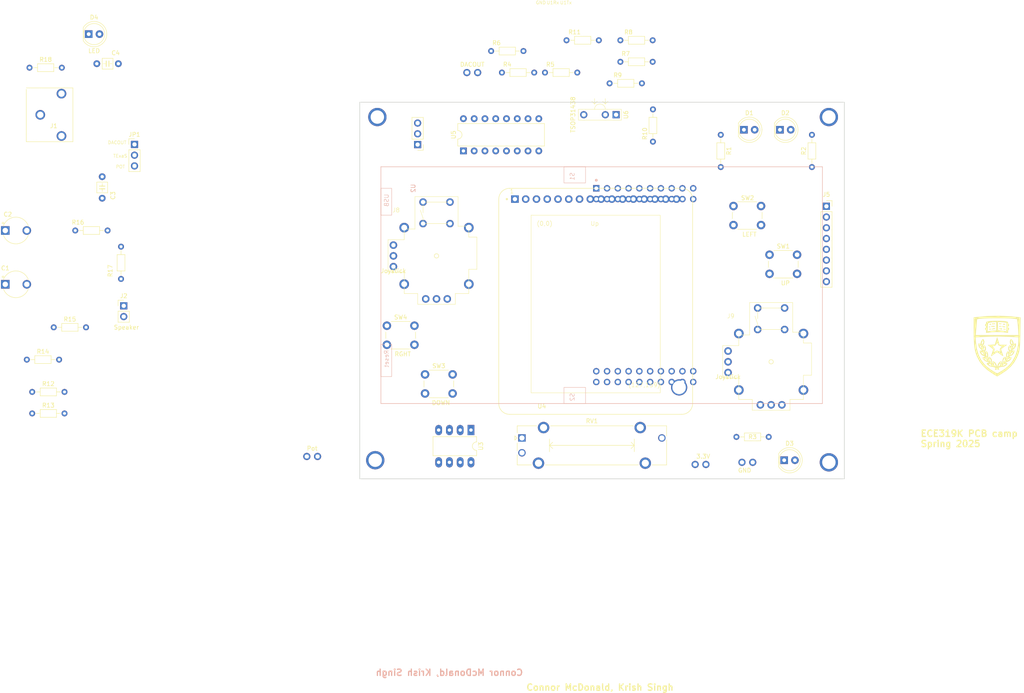
<source format=kicad_pcb>
(kicad_pcb (version 20241229) (generator "pcbnew") (generator_version "9.0")
  (title_block (title "Connor McDonald, Krish Singh (s25)") (date "2025-02-24") (rev "v1.0.1") (company "The University of Texas at Austin"))
  (layers (0 "F.Cu" signal) (2 "B.Cu" signal) (13 "F.Paste" user) (15 "B.Paste" user) (5 "F.SilkS" user "F.Silkscreen") (7 "B.SilkS" user "B.Silkscreen") (1 "F.Mask" user) (3 "B.Mask" user) (25 "Edge.Cuts" user))
  (net 0 "")
  (net 1 "GND")
  (net 2 "+3V3")
  (net 3 "PB9")
  (net 4 "PB15")
  (net 5 "PB8")
  (net 6 "PB7")
  (net 7 "PB6")
  (net 8 "PA13")
  (net 9 "+5V")
  (net 10 "Net-(U3-FC1)")
  (net 11 "Net-(U3-FC2)")
  (net 12 "DACOUT")
  (net 13 "Net-(C3-Pad2)")
  (net 14 "Net-(D1-A)")
  (net 15 "PA25")
  (net 16 "Net-(D2-A)")
  (net 17 "PA8")
  (net 18 "PA26")
  (net 19 "PB24")
  (net 20 "PA27")
  (net 21 "PB2")
  (net 22 "PB3")
  (net 24 "PB12")
  (net 25 "PB17")
  (net 26 "PB0")
  (net 27 "PB16")
  (net 28 "PB19")
  (net 29 "PA22")
  (net 30 "PB18")
  (net 31 "PA18")
  (net 32 "PA24")
  (net 33 "PA17")
  (net 34 "PA16")
  (net 35 "PA15")
  (net 36 "PB4")
  (net 37 "PB1")
  (net 38 "PA28")
  (net 39 "PA31")
  (net 40 "PB20")
  (net 41 "PB13")
  (net 42 "PA10")
  (net 43 "Net-(D3-A)")
  (net 44 "Net-(D4-K)")
  (net 45 "Net-(D4-A)")
  (net 46 "PB23")
  (net 47 "Net-(U3-VO2)")
  (net 48 "PA11")
  (net 49 "PA12")
  (net 57 "Net-(U3-VO1)")
  (net 69 "Net-(R5-Pad1)")
  (net 70 "Net-(R11-Pad1)")
  (footprint "ECE319K:R_Axial_DIN0204_L3.6mm_D1.6mm_P7.62mm_Horizontal" (layer "F.Cu") (at 147.62 36.38)
    (property "Reference" "R11" (at 1.905 -1.92 0) (layer "F.SilkS"))
    (property "Value" "12k")
    (pad "1" thru_hole circle (at 0 0) (size 1.4 1.4) (drill 0.7) (layers "*.Cu" "*.Mask") (net 70 "Net-(R11-Pad1)"))
    (pad "2" thru_hole oval (at 7.62 0) (size 1.4 1.4) (drill 0.7) (layers "*.Cu" "*.Mask") (net 26 "PB0"))
  )
  (footprint "ECE319K:R_Axial_DIN0204_L3.6mm_D1.6mm_P7.62mm_Horizontal" (layer "F.Cu") (at 20.955 42.85)
    (property "Reference" "R18" (at 3.81 -1.92 0) (layer "F.SilkS"))
    (property "Value" "220")
    (pad "1" thru_hole circle (at 0 0) (size 1.4 1.4) (drill 0.7) (layers "*.Cu" "*.Mask") (net 9 "+5V"))
    (pad "2" thru_hole oval (at 7.62 0) (size 1.4 1.4) (drill 0.7) (layers "*.Cu" "*.Mask") (net 45 "Net-(D4-A)"))
  )
  (footprint "ECE319K:Testpoint_1x02_P2.54mm" (layer "F.Cu") (at 86.36 134.62 90)
    (property "Reference" "J4")
    (property "Value" "Pot" (at 1.905 1.275 0) (layer "F.SilkS"))
    (pad "1" thru_hole circle (at 0 0 90) (size 1.7 1.7) (drill 1) (layers "*.Cu" "*.Mask") (net 30 "PB18"))
    (pad "2" thru_hole oval (at 0 2.54 90) (size 1.7 1.7) (drill 1) (layers "*.Cu" "*.Mask") (net 30 "PB18"))
  )
  (footprint "ECE319K:R_Axial_DIN0204_L3.6mm_D1.6mm_P7.62mm_Horizontal" (layer "F.Cu") (at 132.38 44)
    (property "Reference" "R4" (at 1.27 -1.92 0) (layer "F.SilkS"))
    (property "Value" "1.5k")
    (pad "1" thru_hole circle (at 0 0) (size 1.4 1.4) (drill 0.7) (layers "*.Cu" "*.Mask") (net 12 "DACOUT"))
    (pad "2" thru_hole oval (at 7.62 0) (size 1.4 1.4) (drill 0.7) (layers "*.Cu" "*.Mask") (net 36 "PB4"))
  )
  (footprint "ECE319K:PinHeader_1x03_P2.54mm_Vertical" (layer "F.Cu") (at 112.5 61 180)
    (property "Reference" "J3" (hide yes))
    (property "Value" "UART1")
    (pad "1" thru_hole rect (at 0 0 180) (size 1.7 1.7) (drill 1) (layers "*.Cu" "*.Mask") (net 1 "GND"))
    (pad "2" thru_hole oval (at 0 2.54 180) (size 1.7 1.7) (drill 1) (layers "*.Cu" "*.Mask") (net 17 "PA8"))
    (pad "3" thru_hole oval (at 0 5.08 180) (size 1.7 1.7) (drill 1) (layers "*.Cu" "*.Mask") (net 29 "PA22"))
  )
  (footprint "LOGO" (layer "F.Cu") (at 250 109)
    (property "Reference" "G***" (hide yes))
    (property "Value" "LOGO" (hide yes))
  )
  (footprint "Connector_PinSocket_2.54mm:PinSocket_1x08_P2.54mm_Vertical" (layer "F.Cu") (at 208.915 75.565)
    (property "Reference" "J5" (at 0 -2.77 0) (layer "F.SilkS"))
    (property "Value" "Conn_01x08_Pin")
    (pad "1" thru_hole rect (at 0 0) (size 1.7 1.7) (drill 1) (layers "*.Cu" "*.Mask"))
    (pad "2" thru_hole circle (at 0 2.54) (size 1.7 1.7) (drill 1) (layers "*.Cu" "*.Mask"))
    (pad "3" thru_hole circle (at 0 5.08) (size 1.7 1.7) (drill 1) (layers "*.Cu" "*.Mask"))
    (pad "4" thru_hole circle (at 0 7.62) (size 1.7 1.7) (drill 1) (layers "*.Cu" "*.Mask"))
    (pad "5" thru_hole circle (at 0 10.16) (size 1.7 1.7) (drill 1) (layers "*.Cu" "*.Mask"))
    (pad "6" thru_hole circle (at 0 12.7) (size 1.7 1.7) (drill 1) (layers "*.Cu" "*.Mask"))
    (pad "7" thru_hole circle (at 0 15.24) (size 1.7 1.7) (drill 1) (layers "*.Cu" "*.Mask"))
    (pad "8" thru_hole circle (at 0 17.78) (size 1.7 1.7) (drill 1) (layers "*.Cu" "*.Mask"))
  )
  (footprint "ECE319K:R_Axial_DIN0204_L3.6mm_D1.6mm_P7.62mm_Horizontal" (layer "F.Cu") (at 129.84 38.92)
    (property "Reference" "R6" (at 1.27 -1.905 0) (layer "F.SilkS"))
    (property "Value" "1.5k")
    (pad "1" thru_hole circle (at 0 0) (size 1.4 1.4) (drill 0.7) (layers "*.Cu" "*.Mask") (net 12 "DACOUT"))
    (pad "2" thru_hole oval (at 7.62 0) (size 1.4 1.4) (drill 0.7) (layers "*.Cu" "*.Mask") (net 69 "Net-(R5-Pad1)"))
  )
  (footprint "ECE319K:SparkfunJoystick" (layer "F.Cu") (at 185.72 114.81)
    (property "Reference" "J9" (at 0.635 -13.335 0) (layer "F.SilkS") (effects (font (thickness 0.1))))
    (property "Value" "Joystick" (at 0 1 0) (layer "F.SilkS"))
    (pad "1" thru_hole circle (at 0 0) (size 1.778 1.778) (drill 1.016) (layers "*.Cu" "*.Mask") (net 1 "GND"))
    (pad "2" thru_hole circle (at 0 -2.54) (size 1.778 1.778) (drill 1.016) (layers "*.Cu" "*.Mask") (net 15 "PA25"))
    (pad "3" thru_hole circle (at 0 -5.08) (size 1.778 1.778) (drill 1.016) (layers "*.Cu" "*.Mask") (net 2 "+3V3"))
    (pad "4" thru_hole circle (at 7.62 7.62) (size 1.778 1.778) (drill 1.016) (layers "*.Cu" "*.Mask") (net 2 "+3V3"))
    (pad "5" thru_hole circle (at 10.16 7.62) (size 1.778 1.778) (drill 1.016) (layers "*.Cu" "*.Mask") (net 28 "PB19"))
    (pad "6" thru_hole circle (at 12.7 7.62) (size 1.778 1.778) (drill 1.016) (layers "*.Cu" "*.Mask") (net 1 "GND"))
    (pad "7" thru_hole circle (at 2.54 -9.2075) (size 2.286 2.286) (drill 1.397) (layers "*.Cu" "*.Mask"))
    (pad "8" thru_hole circle (at 2.54 4.1275) (size 2.286 2.286) (drill 1.397) (layers "*.Cu" "*.Mask"))
    (pad "9" thru_hole circle (at 17.78 4.1275) (size 2.286 2.286) (drill 1.397) (layers "*.Cu" "*.Mask"))
    (pad "10" thru_hole circle (at 17.78 -9.2075) (size 2.286 2.286) (drill 1.397) (layers "*.Cu" "*.Mask"))
    (pad "11" thru_hole circle (at 6.985 -10.16) (size 1.778 1.778) (drill 1.016) (layers "*.Cu" "*.Mask") (net 27 "PB16"))
    (pad "11" thru_hole circle (at 13.335 -10.16) (size 1.778 1.778) (drill 1.016) (layers "*.Cu" "*.Mask") (net 27 "PB16"))
    (pad "12" thru_hole circle (at 6.985 -15.24) (size 1.778 1.778) (drill 1.016) (layers "*.Cu" "*.Mask") (net 2 "+3V3"))
    (pad "12" thru_hole circle (at 13.335 -15.24) (size 1.778 1.778) (drill 1.016) (layers "*.Cu" "*.Mask") (net 2 "+3V3"))
  )
  (footprint "ECE319K:DIP-8_W7.62mm_LongPads" (layer "F.Cu") (at 125.08 128.38 -90)
    (property "Reference" "U3" (at 3.81 -2.33 90) (layer "F.SilkS"))
    (property "Value" "MCP34119P")
    (pad "1" thru_hole rect (at 0 0 270) (size 2.4 1.6) (drill 0.8) (layers "*.Cu" "*.Mask") (net 1 "GND"))
    (pad "2" thru_hole oval (at 0 2.54 270) (size 2.4 1.6) (drill 0.8) (layers "*.Cu" "*.Mask") (net 11 "Net-(U3-FC2)"))
    (pad "3" thru_hole oval (at 0 5.08 270) (size 2.4 1.6) (drill 0.8) (layers "*.Cu" "*.Mask") (net 10 "Net-(U3-FC1)"))
    (pad "4" thru_hole oval (at 0 7.62 270) (size 2.4 1.6) (drill 0.8) (layers "*.Cu" "*.Mask") (net 9 "+5V"))
    (pad "5" thru_hole oval (at 7.62 7.62 270) (size 2.4 1.6) (drill 0.8) (layers "*.Cu" "*.Mask") (net 57 "Net-(U3-VO1)"))
    (pad "6" thru_hole oval (at 7.62 5.08 270) (size 2.4 1.6) (drill 0.8) (layers "*.Cu" "*.Mask") (net 9 "+5V"))
    (pad "7" thru_hole oval (at 7.62 2.54 270) (size 2.4 1.6) (drill 0.8) (layers "*.Cu" "*.Mask") (net 1 "GND"))
    (pad "8" thru_hole oval (at 7.62 0 270) (size 2.4 1.6) (drill 0.8) (layers "*.Cu" "*.Mask") (net 47 "Net-(U3-VO2)"))
  )
  (footprint "ECE319K:R_Axial_DIN0204_L3.6mm_D1.6mm_P7.62mm_Horizontal" (layer "F.Cu") (at 42.545 92.71 90)
    (property "Reference" "R17" (at 1.905 -2.54 90) (layer "F.SilkS"))
    (property "Value" "10k")
    (pad "1" thru_hole circle (at 0 0 90) (size 1.4 1.4) (drill 0.7) (layers "*.Cu" "*.Mask") (net 57 "Net-(U3-VO1)"))
    (pad "2" thru_hole oval (at 7.62 0 90) (size 1.4 1.4) (drill 0.7) (layers "*.Cu" "*.Mask") (net 9 "+5V"))
  )
  (footprint "ECE319K:SW_PUSH_6mm" (layer "F.Cu") (at 187 75.5)
    (property "Reference" "SW2" (at 3.325 -1.905 0) (layer "F.SilkS"))
    (property "Value" "LEFT" (at 3.75 6.7 0) (layer "F.SilkS"))
    (pad "1" thru_hole circle (at 0 0 90) (size 2 2) (drill 1.1) (layers "*.Cu" "*.Mask") (net 39 "PA31"))
    (pad "1" thru_hole circle (at 6.5 0 90) (size 2 2) (drill 1.1) (layers "*.Cu" "*.Mask") (net 39 "PA31"))
    (pad "2" thru_hole circle (at 0 4.5 90) (size 2 2) (drill 1.1) (layers "*.Cu" "*.Mask") (net 2 "+3V3"))
    (pad "2" thru_hole circle (at 6.5 4.5 90) (size 2 2) (drill 1.1) (layers "*.Cu" "*.Mask") (net 2 "+3V3"))
  )
  (footprint "ECE319K:SW_PUSH_6mm" (layer "F.Cu") (at 195.5 87)
    (property "Reference" "SW1" (at 3.25 -2 0) (layer "F.SilkS"))
    (property "Value" "UP" (at 3.75 6.7 0) (layer "F.SilkS"))
    (pad "1" thru_hole circle (at 0 0 90) (size 2 2) (drill 1.1) (layers "*.Cu" "*.Mask") (net 18 "PA26"))
    (pad "1" thru_hole circle (at 6.5 0 90) (size 2 2) (drill 1.1) (layers "*.Cu" "*.Mask") (net 18 "PA26"))
    (pad "2" thru_hole circle (at 0 4.5 90) (size 2 2) (drill 1.1) (layers "*.Cu" "*.Mask") (net 2 "+3V3"))
    (pad "2" thru_hole circle (at 6.5 4.5 90) (size 2 2) (drill 1.1) (layers "*.Cu" "*.Mask") (net 2 "+3V3"))
  )
  (footprint "ECE319K:PTA2043pot" (layer "F.Cu") (at 137.105 130.25)
    (property "Reference" "RV1" (at 16.5 -4 0) (layer "F.SilkS"))
    (property "Value" "PTA2043")
    (pad "" np_thru_hole circle (at 3.9 5.95) (size 2.7 2.7) (drill 1.7) (layers "*.Cu" "*.Mask"))
    (pad "" np_thru_hole circle (at 5.1 -2.45) (size 2.7 2.7) (drill 1.7) (layers "*.Cu" "*.Mask"))
    (pad "" np_thru_hole circle (at 27.9 -2.45) (size 2.7 2.7) (drill 1.7) (layers "*.Cu" "*.Mask"))
    (pad "" np_thru_hole circle (at 29.1 5.95) (size 2.7 2.7) (drill 1.7) (layers "*.Cu" "*.Mask"))
    (pad "1" thru_hole rect (at 0 0) (size 1.75 1.75) (drill 1.2) (layers "*.Cu" "*.Mask") (net 1 "GND"))
    (pad "2" thru_hole circle (at 0 3.5) (size 1.75 1.75) (drill 1.2) (layers "*.Cu" "*.Mask") (net 30 "PB18"))
    (pad "3" thru_hole circle (at 33 0) (size 1.75 1.75) (drill 1.2) (layers "*.Cu" "*.Mask") (net 2 "+3V3"))
  )
  (footprint "ECE319K:R_Axial_DIN0204_L3.6mm_D1.6mm_P7.62mm_Horizontal" (layer "F.Cu") (at 168 60.31 90)
    (property "Reference" "R10" (at 1.89 -1.905 90) (layer "F.SilkS"))
    (property "Value" "12k")
    (pad "1" thru_hole circle (at 0 0 90) (size 1.4 1.4) (drill 0.7) (layers "*.Cu" "*.Mask") (net 12 "DACOUT"))
    (pad "2" thru_hole oval (at 7.62 0 90) (size 1.4 1.4) (drill 0.7) (layers "*.Cu" "*.Mask") (net 37 "PB1"))
  )
  (footprint "ECE319K:R_Axial_DIN0204_L3.6mm_D1.6mm_P7.62mm_Horizontal" (layer "F.Cu") (at 184 58.69 -90)
    (property "Reference" "R1" (at 3.81 -1.92 90) (layer "F.SilkS"))
    (property "Value" "470")
    (pad "1" thru_hole circle (at 0 0 270) (size 1.4 1.4) (drill 0.7) (layers "*.Cu" "*.Mask") (net 33 "PA17"))
    (pad "2" thru_hole oval (at 7.62 0 270) (size 1.4 1.4) (drill 0.7) (layers "*.Cu" "*.Mask") (net 14 "Net-(D1-A)"))
  )
  (footprint "ECE319K:Testpoint_1x02_P2.54mm" (layer "F.Cu") (at 124.12 44 90)
    (property "Reference" "J7")
    (property "Value" "DACOUT" (at 1.905 1.275 0) (layer "F.SilkS"))
    (pad "1" thru_hole circle (at 0 0 90) (size 1.7 1.7) (drill 1) (layers "*.Cu" "*.Mask") (net 12 "DACOUT"))
    (pad "2" thru_hole oval (at 0 2.54 90) (size 1.7 1.7) (drill 1) (layers "*.Cu" "*.Mask") (net 12 "DACOUT"))
  )
  (footprint "ECE319K:TSOP31438" (layer "F.Cu") (at 159.31 53.9525 -90)
    (property "Reference" "U6" (at 0 -2.33 90) (layer "F.SilkS"))
    (property "Value" "TSOP31438" (at 0 10.16 90) (layer "F.SilkS"))
    (pad "1" thru_hole rect (at 0 0 270) (size 1.7 1.7) (drill 1) (layers "*.Cu" "*.Mask") (net 1 "GND"))
    (pad "2" thru_hole oval (at 0 2.54 270) (size 1.7 1.7) (drill 1) (layers "*.Cu" "*.Mask") (net 2 "+3V3"))
    (pad "3" thru_hole oval (at 0 7.62 270) (size 1.7 1.7) (drill 1) (layers "*.Cu" "*.Mask") (net 29 "PA22"))
  )
  (footprint "ECE319K:C_Axial_200mil" (layer "F.Cu") (at 36.83 41.91)
    (property "Reference" "C4" (at 4.445 -2.54 0) (layer "F.SilkS"))
    (property "Value" "0.1uF")
    (pad "1" thru_hole circle (at 0 0) (size 1.6 1.6) (drill 0.8) (layers "*.Cu" "*.Mask") (net 2 "+3V3"))
    (pad "2" thru_hole oval (at 5.08 0) (size 1.6 1.6) (drill 0.8) (layers "*.Cu" "*.Mask") (net 1 "GND"))
  )
  (footprint "ECE319K:DIP-16_W7.62mm" (layer "F.Cu") (at 123.3 62.5 90)
    (property "Reference" "U5" (at 3.81 -2.33 90) (layer "F.SilkS"))
    (property "Value" "ULN2003B")
    (pad "1" thru_hole rect (at 0 0 90) (size 1.6 1.6) (drill 0.8) (layers "*.Cu" "*.Mask") (net 17 "PA8"))
    (pad "2" thru_hole oval (at 0 2.54 90) (size 1.6 1.6) (drill 0.8) (layers "*.Cu" "*.Mask"))
    (pad "3" thru_hole oval (at 0 5.08 90) (size 1.6 1.6) (drill 0.8) (layers "*.Cu" "*.Mask"))
    (pad "4" thru_hole oval (at 0 7.62 90) (size 1.6 1.6) (drill 0.8) (layers "*.Cu" "*.Mask"))
    (pad "5" thru_hole oval (at 0 10.16 90) (size 1.6 1.6) (drill 0.8) (layers "*.Cu" "*.Mask"))
    (pad "6" thru_hole oval (at 0 12.7 90) (size 1.6 1.6) (drill 0.8) (layers "*.Cu" "*.Mask"))
    (pad "7" thru_hole oval (at 0 15.24 90) (size 1.6 1.6) (drill 0.8) (layers "*.Cu" "*.Mask"))
    (pad "8" thru_hole oval (at 0 17.78 90) (size 1.6 1.6) (drill 0.8) (layers "*.Cu" "*.Mask"))
    (pad "9" thru_hole oval (at 7.62 17.78 90) (size 1.6 1.6) (drill 0.8) (layers "*.Cu" "*.Mask"))
    (pad "10" thru_hole oval (at 7.62 15.24 90) (size 1.6 1.6) (drill 0.8) (layers "*.Cu" "*.Mask"))
    (pad "11" thru_hole oval (at 7.62 12.7 90) (size 1.6 1.6) (drill 0.8) (layers "*.Cu" "*.Mask"))
    (pad "12" thru_hole oval (at 7.62 10.16 90) (size 1.6 1.6) (drill 0.8) (layers "*.Cu" "*.Mask"))
    (pad "13" thru_hole oval (at 7.62 7.62 90) (size 1.6 1.6) (drill 0.8) (layers "*.Cu" "*.Mask"))
    (pad "14" thru_hole oval (at 7.62 5.08 90) (size 1.6 1.6) (drill 0.8) (layers "*.Cu" "*.Mask"))
    (pad "15" thru_hole oval (at 7.62 2.54 90) (size 1.6 1.6) (drill 0.8) (layers "*.Cu" "*.Mask"))
    (pad "16" thru_hole oval (at 7.62 0 90) (size 1.6 1.6) (drill 0.8) (layers "*.Cu" "*.Mask") (net 44 "Net-(D4-K)"))
  )
  (footprint "ECE319K:Testpoint_1x02_P2.54mm" (layer "F.Cu") (at 177.96 136.5 90)
    (property "Reference" "TP1")
    (property "Value" "3.3V" (at 1.905 1.905 0) (layer "F.SilkS"))
    (pad "1" thru_hole circle (at 0 0 90) (size 1.7 1.7) (drill 1) (layers "*.Cu" "*.Mask") (net 2 "+3V3"))
    (pad "2" thru_hole oval (at 0 2.54 90) (size 1.7 1.7) (drill 1) (layers "*.Cu" "*.Mask") (net 2 "+3V3"))
  )
  (footprint "ECE319K:R_Axial_DIN0204_L3.6mm_D1.6mm_P7.62mm_Horizontal" (layer "F.Cu") (at 160.32 36.38)
    (property "Reference" "R8" (at 1.905 -1.905 0) (layer "F.SilkS"))
    (property "Value" "12k")
    (pad "1" thru_hole circle (at 0 0) (size 1.4 1.4) (drill 0.7) (layers "*.Cu" "*.Mask") (net 12 "DACOUT"))
    (pad "2" thru_hole oval (at 7.62 0) (size 1.4 1.4) (drill 0.7) (layers "*.Cu" "*.Mask") (net 70 "Net-(R11-Pad1)"))
  )
  (footprint "ECE319K:C_Axial_200mil" (layer "F.Cu") (at 38.1 68.58 -90)
    (property "Reference" "C3" (at 4.445 -2.54 90) (layer "F.SilkS"))
    (property "Value" "0.1uF")
    (pad "1" thru_hole circle (at 0 0 270) (size 1.6 1.6) (drill 0.8) (layers "*.Cu" "*.Mask") (net 12 "DACOUT"))
    (pad "2" thru_hole oval (at 5.08 0 270) (size 1.6 1.6) (drill 0.8) (layers "*.Cu" "*.Mask") (net 13 "Net-(C3-Pad2)"))
  )
  (footprint "ECE319K:MountingHole_4_40" (layer "F.Cu") (at 209.5 136)
    (property "Reference" "H2")
    (property "Value" "~")
    (pad "1" thru_hole circle (at 0 0) (size 4.318 4.318) (drill 3.175) (layers "*.Cu" "*.Mask"))
  )
  (footprint "ECE319K:MountingHole_4_40" (layer "F.Cu") (at 209.5 54.5)
    (property "Reference" "H4")
    (property "Value" "~")
    (pad "1" thru_hole circle (at 0 0) (size 4.318 4.318) (drill 3.175) (layers "*.Cu" "*.Mask"))
  )
  (footprint "ECE319K:MountingHole_4_40" (layer "F.Cu") (at 103 54.5)
    (property "Reference" "H1")
    (property "Value" "~")
    (pad "1" thru_hole circle (at 0 0) (size 4.318 4.318) (drill 3.175) (layers "*.Cu" "*.Mask"))
  )
  (footprint "ECE319K:R_Axial_DIN0204_L3.6mm_D1.6mm_P7.62mm_Horizontal" (layer "F.Cu") (at 29.21 119.38 180)
    (property "Reference" "R12" (at 3.81 1.905 0) (layer "F.SilkS"))
    (property "Value" "10k")
    (pad "1" thru_hole circle (at 0 0 180) (size 1.4 1.4) (drill 0.7) (layers "*.Cu" "*.Mask") (net 18 "PA26"))
    (pad "2" thru_hole oval (at 7.62 0 180) (size 1.4 1.4) (drill 0.7) (layers "*.Cu" "*.Mask") (net 1 "GND"))
  )
  (footprint "ECE319K:hiletgo_st7735r" (layer "F.Cu") (at 154.5 98)
    (property "Reference" "U4" (at -12.7 24.765 0) (layer "F.SilkS"))
    (property "Value" "HiLetGo_ST7735R")
    (fp_text user "(127,159)" (at 7.62 20.32 0) (layer "F.SilkS") (effects (font (thickness 0.1)) (justify left bottom)))
    (fp_text user "(0,0)" (at -13.97 -17.78 0) (layer "F.SilkS") (effects (font (thickness 0.1)) (justify left bottom)))
    (fp_text user "Up" (at -1.27 -17.78 0) (layer "F.SilkS") (effects (font (thickness 0.1)) (justify left bottom)))
    (fp_text user "1" (at -20.32 -25.4 0) (layer "F.SilkS") (effects (font (thickness 0.1)) (justify left bottom)))
    (pad "" np_thru_hole circle (at 19.685 20.32 90) (size 3.81 3.81) (drill 3.175) (layers "*.Cu" "*.Mask"))
    (pad "1" thru_hole rect (at -19.05 -24.13 90) (size 1.778 1.778) (drill 1.016) (layers "*.Cu" "*.Mask") (net 1 "GND"))
    (pad "2" thru_hole circle (at -16.51 -24.13 90) (size 1.778 1.778) (drill 1.016) (layers "*.Cu" "*.Mask") (net 2 "+3V3"))
    (pad "3" thru_hole circle (at -13.97 -24.13 90) (size 1.778 1.778) (drill 1.016) (layers "*.Cu" "*.Mask"))
    (pad "4" thru_hole circle (at -11.43 -24.13 90) (size 1.778 1.778) (drill 1.016) (layers "*.Cu" "*.Mask"))
    (pad "5" thru_hole circle (at -8.89 -24.13 90) (size 1.778 1.778) (drill 1.016) (layers "*.Cu" "*.Mask"))
    (pad "6" thru_hole circle (at -6.35 -24.13 90) (size 1.778 1.778) (drill 1.016) (layers "*.Cu" "*.Mask") (net 4 "PB15"))
    (pad "7" thru_hole circle (at -3.81 -24.13 90) (size 1.778 1.778) (drill 1.016) (layers "*.Cu" "*.Mask") (net 8 "PA13"))
    (pad "8" thru_hole circle (at -1.27 -24.13 90) (size 1.778 1.778) (drill 1.016) (layers "*.Cu" "*.Mask") (net 5 "PB8"))
    (pad "9" thru_hole circle (at 1.27 -24.13 90) (size 1.778 1.778) (drill 1.016) (layers "*.Cu" "*.Mask") (net 3 "PB9"))
    (pad "10" thru_hole circle (at 3.81 -24.13 90) (size 1.778 1.778) (drill 1.016) (layers "*.Cu" "*.Mask") (net 7 "PB6"))
    (pad "11" thru_hole circle (at 6.35 -24.13 90) (size 1.778 1.778) (drill 1.016) (layers "*.Cu" "*.Mask") (net 3 "PB9"))
    (pad "12" thru_hole circle (at 8.89 -24.13 90) (size 1.778 1.778) (drill 1.016) (layers "*.Cu" "*.Mask") (net 6 "PB7"))
    (pad "13" thru_hole circle (at 11.43 -24.13 90) (size 1.778 1.778) (drill 1.016) (layers "*.Cu" "*.Mask") (net 5 "PB8"))
    (pad "14" thru_hole circle (at 13.97 -24.13 90) (size 1.778 1.778) (drill 1.016) (layers "*.Cu" "*.Mask") (net 49 "PA12"))
    (pad "15" thru_hole circle (at 16.51 -24.13 90) (size 1.778 1.778) (drill 1.016) (layers "*.Cu" "*.Mask") (net 2 "+3V3"))
    (pad "16" thru_hole circle (at 19.05 -24.13 90) (size 1.778 1.778) (drill 1.016) (layers "*.Cu" "*.Mask") (net 1 "GND"))
  )
  (footprint "ECE319K:MountingHole_4_40" (layer "F.Cu") (at 102.5 135.5)
    (property "Reference" "H3")
    (property "Value" "~")
    (pad "1" thru_hole circle (at 0 0) (size 4.318 4.318) (drill 3.175) (layers "*.Cu" "*.Mask"))
  )
  (footprint "ECE319K:CP_Radial_Tantal200mil" (layer "F.Cu") (at 15.24 81.28)
    (property "Reference" "C2" (at 0.595 -3.81 0) (layer "F.SilkS"))
    (property "Value" "4.7uF")
    (pad "1" thru_hole rect (at 0 0) (size 2.032 2.032) (drill 1.27) (layers "*.Cu" "*.Mask") (net 11 "Net-(U3-FC2)"))
    (pad "2" thru_hole circle (at 5.08 0) (size 2.032 2.032) (drill 1.27) (layers "*.Cu" "*.Mask") (net 1 "GND"))
  )
  (footprint "ECE319K:Testpoint_1x02_P2.54mm" (layer "F.Cu") (at 191.54 136 -90)
    (property "Reference" "J6")
    (property "Value" "GND" (at 1.905 1.91 0) (layer "F.SilkS"))
    (pad "1" thru_hole circle (at 0 0 270) (size 1.7 1.7) (drill 1) (layers "*.Cu" "*.Mask") (net 1 "GND"))
    (pad "2" thru_hole oval (at 0 2.54 270) (size 1.7 1.7) (drill 1) (layers "*.Cu" "*.Mask") (net 1 "GND"))
  )
  (footprint "ECE319K:LED_D5.0mm" (layer "F.Cu") (at 198.96 135.5)
    (property "Reference" "D3" (at 1.27 -3.96 0) (layer "F.SilkS"))
    (property "Value" "LED")
    (pad "1" thru_hole rect (at 0 0) (size 1.8 1.8) (drill 0.9) (layers "*.Cu" "*.Mask") (net 1 "GND"))
    (pad "2" thru_hole circle (at 2.54 0) (size 1.8 1.8) (drill 0.9) (layers "*.Cu" "*.Mask") (net 43 "Net-(D3-A)"))
  )
  (footprint "ECE319K:CP_Radial_Tantal200mil" (layer "F.Cu") (at 15.24 93.98)
    (property "Reference" "C1" (at 0 -3.81 0) (layer "F.SilkS"))
    (property "Value" "1uF")
    (pad "1" thru_hole rect (at 0 0) (size 2.032 2.032) (drill 1.27) (layers "*.Cu" "*.Mask") (net 10 "Net-(U3-FC1)"))
    (pad "2" thru_hole circle (at 5.08 0) (size 2.032 2.032) (drill 1.27) (layers "*.Cu" "*.Mask") (net 1 "GND"))
  )
  (footprint "ECE319K:LED_D5.0mm" (layer "F.Cu") (at 34.92 34.925)
    (property "Reference" "D4" (at 1.27 -3.96 0) (layer "F.SilkS"))
    (property "Value" "LED" (at 1.27 3.96 0) (layer "F.SilkS"))
    (pad "1" thru_hole rect (at 0 0) (size 1.8 1.8) (drill 0.9) (layers "*.Cu" "*.Mask") (net 44 "Net-(D4-K)"))
    (pad "2" thru_hole circle (at 2.54 0) (size 1.8 1.8) (drill 0.9) (layers "*.Cu" "*.Mask") (net 45 "Net-(D4-A)"))
  )
  (footprint "ECE319K:SW_PUSH_6mm" (layer "F.Cu") (at 105.25 103.75)
    (property "Reference" "SW4" (at 3.25 -2 0) (layer "F.SilkS"))
    (property "Value" "RGHT" (at 3.75 6.7 0) (layer "F.SilkS"))
    (pad "1" thru_hole circle (at 0 0 90) (size 2 2) (drill 1.1) (layers "*.Cu" "*.Mask") (net 32 "PA24"))
    (pad "1" thru_hole circle (at 6.5 0 90) (size 2 2) (drill 1.1) (layers "*.Cu" "*.Mask") (net 32 "PA24"))
    (pad "2" thru_hole circle (at 0 4.5 90) (size 2 2) (drill 1.1) (layers "*.Cu" "*.Mask") (net 2 "+3V3"))
    (pad "2" thru_hole circle (at 6.5 4.5 90) (size 2 2) (drill 1.1) (layers "*.Cu" "*.Mask") (net 2 "+3V3"))
  )
  (footprint "ECE319K:R_Axial_DIN0204_L3.6mm_D1.6mm_P7.62mm_Horizontal" (layer "F.Cu") (at 195.31 130 180)
    (property "Reference" "R3" (at 3.81 0 0) (layer "F.SilkS"))
    (property "Value" "470")
    (pad "1" thru_hole circle (at 0 0 180) (size 1.4 1.4) (drill 0.7) (layers "*.Cu" "*.Mask") (net 35 "PA15"))
    (pad "2" thru_hole oval (at 7.62 0 180) (size 1.4 1.4) (drill 0.7) (layers "*.Cu" "*.Mask") (net 43 "Net-(D3-A)"))
  )
  (footprint "ECE319K:SparkfunJoystick" (layer "F.Cu") (at 106.7925 89.81)
    (property "Reference" "J8" (at 0.635 -13.335 0) (layer "F.SilkS") (effects (font (thickness 0.1))))
    (property "Value" "Joystick" (at 0 1 0) (layer "F.SilkS"))
    (pad "1" thru_hole circle (at 0 0) (size 1.778 1.778) (drill 1.016) (layers "*.Cu" "*.Mask") (net 1 "GND"))
    (pad "2" thru_hole circle (at 0 -2.54) (size 1.778 1.778) (drill 1.016) (layers "*.Cu" "*.Mask") (net 19 "PB24"))
    (pad "3" thru_hole circle (at 0 -5.08) (size 1.778 1.778) (drill 1.016) (layers "*.Cu" "*.Mask") (net 2 "+3V3"))
    (pad "4" thru_hole circle (at 7.62 7.62) (size 1.778 1.778) (drill 1.016) (layers "*.Cu" "*.Mask") (net 2 "+3V3"))
    (pad "5" thru_hole circle (at 10.16 7.62) (size 1.778 1.778) (drill 1.016) (layers "*.Cu" "*.Mask") (net 25 "PB17"))
    (pad "6" thru_hole circle (at 12.7 7.62) (size 1.778 1.778) (drill 1.016) (layers "*.Cu" "*.Mask") (net 1 "GND"))
    (pad "7" thru_hole circle (at 2.54 -9.2075) (size 2.286 2.286) (drill 1.397) (layers "*.Cu" "*.Mask"))
    (pad "8" thru_hole circle (at 2.54 4.1275) (size 2.286 2.286) (drill 1.397) (layers "*.Cu" "*.Mask"))
    (pad "9" thru_hole circle (at 17.78 4.1275) (size 2.286 2.286) (drill 1.397) (layers "*.Cu" "*.Mask"))
    (pad "10" thru_hole circle (at 17.78 -9.2075) (size 2.286 2.286) (drill 1.397) (layers "*.Cu" "*.Mask"))
    (pad "11" thru_hole circle (at 6.985 -10.16) (size 1.778 1.778) (drill 1.016) (layers "*.Cu" "*.Mask") (net 38 "PA28"))
    (pad "11" thru_hole circle (at 13.335 -10.16) (size 1.778 1.778) (drill 1.016) (layers "*.Cu" "*.Mask") (net 38 "PA28"))
    (pad "12" thru_hole circle (at 6.985 -15.24) (size 1.778 1.778) (drill 1.016) (layers "*.Cu" "*.Mask") (net 2 "+3V3"))
    (pad "12" thru_hole circle (at 13.335 -15.24) (size 1.778 1.778) (drill 1.016) (layers "*.Cu" "*.Mask") (net 2 "+3V3"))
  )
  (footprint "ECE319K:R_Axial_DIN0204_L3.6mm_D1.6mm_P7.62mm_Horizontal" (layer "F.Cu") (at 29.21 124.46 180)
    (property "Reference" "R13" (at 3.81 1.905 0) (layer "F.SilkS"))
    (property "Value" "10k")
    (pad "1" thru_hole circle (at 0 0 180) (size 1.4 1.4) (drill 0.7) (layers "*.Cu" "*.Mask") (net 39 "PA31"))
    (pad "2" thru_hole oval (at 7.62 0 180) (size 1.4 1.4) (drill 0.7) (layers "*.Cu" "*.Mask") (net 1 "GND"))
  )
  (footprint "ECE319K:R_Axial_DIN0204_L3.6mm_D1.6mm_P7.62mm_Horizontal" (layer "F.Cu") (at 205.5 66.31 90)
    (property "Reference" "R2" (at 3.81 -1.92 90) (layer "F.SilkS"))
    (property "Value" "470")
    (pad "1" thru_hole circle (at 0 0 90) (size 1.4 1.4) (drill 0.7) (layers "*.Cu" "*.Mask") (net 34 "PA16"))
    (pad "2" thru_hole oval (at 7.62 0 90) (size 1.4 1.4) (drill 0.7) (layers "*.Cu" "*.Mask") (net 16 "Net-(D2-A)"))
  )
  (footprint "ECE319K:R_Axial_DIN0204_L3.6mm_D1.6mm_P7.62mm_Horizontal" (layer "F.Cu") (at 31.75 81.28)
    (property "Reference" "R16" (at 0.635 -1.92 0) (layer "F.SilkS"))
    (property "Value" "20k")
    (pad "1" thru_hole circle (at 0 0) (size 1.4 1.4) (drill 0.7) (layers "*.Cu" "*.Mask") (net 9 "+5V"))
    (pad "2" thru_hole oval (at 7.62 0) (size 1.4 1.4) (drill 0.7) (layers "*.Cu" "*.Mask") (net 13 "Net-(C3-Pad2)"))
  )
  (footprint "ECE319K:Jack_3.5mm_CUI_SJ1-3523N_Horizontal" (layer "F.Cu") (at 23.495 53.975 -90)
    (property "Reference" "J1" (at 2.62 -3.175 0) (layer "F.SilkS"))
    (property "Value" "AudioJack")
    (pad "" np_thru_hole circle (at -5 0 270) (size 1.2 1.2) (drill 1.2) (layers "*.Cu"))
    (pad "" np_thru_hole circle (at -5 2.5 270) (size 1.2 1.2) (drill 1.2) (layers "*.Cu"))
    (pad "" np_thru_hole circle (at 0 -5 270) (size 1.2 1.2) (drill 1.2) (layers "*.Cu"))
    (pad "" np_thru_hole circle (at 5 0 270) (size 1.2 1.2) (drill 1.2) (layers "*.Cu"))
    (pad "" np_thru_hole circle (at 5 2.5 270) (size 1.2 1.2) (drill 1.2) (layers "*.Cu"))
    (pad "R" thru_hole circle (at -5 -5 270) (size 2.286 2.286) (drill 1.524) (layers "*.Cu" "*.Mask"))
    (pad "S" thru_hole circle (at 0 0 270) (size 2.286 2.286) (drill 1.524) (layers "*.Cu" "*.Mask"))
    (pad "T" thru_hole circle (at 5 -5 90) (size 2.286 2.286) (drill 1.524) (layers "*.Cu" "*.Mask"))
  )
  (footprint "ECE319K:R_Axial_DIN0204_L3.6mm_D1.6mm_P7.62mm_Horizontal" (layer "F.Cu") (at 34.29 104.14 180)
    (property "Reference" "R15" (at 3.81 1.905 0) (layer "F.SilkS"))
    (property "Value" "10k")
    (pad "1" thru_hole circle (at 0 0 180) (size 1.4 1.4) (drill 0.7) (layers "*.Cu" "*.Mask") (net 32 "PA24"))
    (pad "2" thru_hole oval (at 7.62 0 180) (size 1.4 1.4) (drill 0.7) (layers "*.Cu" "*.Mask") (net 1 "GND"))
  )
  (footprint "ECE319K:R_Axial_DIN0204_L3.6mm_D1.6mm_P7.62mm_Horizontal" (layer "F.Cu") (at 157.78 46.54)
    (property "Reference" "R9" (at 1.905 -1.92 0) (layer "F.SilkS"))
    (property "Value" "12k")
    (pad "1" thru_hole circle (at 0 0) (size 1.4 1.4) (drill 0.7) (layers "*.Cu" "*.Mask") (net 12 "DACOUT"))
    (pad "2" thru_hole oval (at 7.62 0) (size 1.4 1.4) (drill 0.7) (layers "*.Cu" "*.Mask") (net 21 "PB2"))
  )
  (footprint "ECE319K:R_Axial_DIN0204_L3.6mm_D1.6mm_P7.62mm_Horizontal" (layer "F.Cu") (at 27.94 111.76 180)
    (property "Reference" "R14" (at 3.81 1.905 0) (layer "F.SilkS"))
    (property "Value" "10k")
    (pad "1" thru_hole circle (at 0 0 180) (size 1.4 1.4) (drill 0.7) (layers "*.Cu" "*.Mask") (net 20 "PA27"))
    (pad "2" thru_hole oval (at 7.62 0 180) (size 1.4 1.4) (drill 0.7) (layers "*.Cu" "*.Mask") (net 1 "GND"))
  )
  (footprint "ECE319K:SW_PUSH_6mm" (layer "F.Cu") (at 114.25 115.25)
    (property "Reference" "SW3" (at 3.25 -2 0) (layer "F.SilkS"))
    (property "Value" "DOWN" (at 3.75 6.7 0) (layer "F.SilkS"))
    (pad "1" thru_hole circle (at 0 0 90) (size 2 2) (drill 1.1) (layers "*.Cu" "*.Mask") (net 20 "PA27"))
    (pad "1" thru_hole circle (at 6.5 0 90) (size 2 2) (drill 1.1) (layers "*.Cu" "*.Mask") (net 20 "PA27"))
    (pad "2" thru_hole circle (at 0 4.5 90) (size 2 2) (drill 1.1) (layers "*.Cu" "*.Mask") (net 2 "+3V3"))
    (pad "2" thru_hole circle (at 6.5 4.5 90) (size 2 2) (drill 1.1) (layers "*.Cu" "*.Mask") (net 2 "+3V3"))
  )
  (footprint "ECE319K:R_Axial_DIN0204_L3.6mm_D1.6mm_P7.62mm_Horizontal" (layer "F.Cu") (at 142.54 44)
    (property "Reference" "R5" (at 1.27 -1.905 0) (layer "F.SilkS"))
    (property "Value" "1.5k")
    (pad "1" thru_hole circle (at 0 0) (size 1.4 1.4) (drill 0.7) (layers "*.Cu" "*.Mask") (net 69 "Net-(R5-Pad1)"))
    (pad "2" thru_hole oval (at 7.62 0) (size 1.4 1.4) (drill 0.7) (layers "*.Cu" "*.Mask") (net 22 "PB3"))
  )
  (footprint "ECE319K:R_Axial_DIN0204_L3.6mm_D1.6mm_P7.62mm_Horizontal" (layer "F.Cu") (at 160.32 41.46)
    (property "Reference" "R7" (at 1.27 -1.905 0) (layer "F.SilkS"))
    (property "Value" "1.5k")
    (pad "1" thru_hole circle (at 0 0) (size 1.4 1.4) (drill 0.7) (layers "*.Cu" "*.Mask") (net 12 "DACOUT"))
    (pad "2" thru_hole oval (at 7.62 0) (size 1.4 1.4) (drill 0.7) (layers "*.Cu" "*.Mask") (net 37 "PB1"))
  )
  (footprint "ECE319K:PinHeader_1x02_P2.54mm_Vertical" (layer "F.Cu") (at 43.18 99.06)
    (property "Reference" "J2" (at 0 -2.33 0) (layer "F.SilkS"))
    (property "Value" "Speaker" (at 0.635 5.08 0) (layer "F.SilkS"))
    (pad "1" thru_hole rect (at 0 0) (size 1.7 1.7) (drill 1) (layers "*.Cu" "*.Mask") (net 57 "Net-(U3-VO1)"))
    (pad "2" thru_hole oval (at 0 2.54) (size 1.7 1.7) (drill 1) (layers "*.Cu" "*.Mask") (net 47 "Net-(U3-VO2)"))
  )
  (footprint "ECE319K:LED_D5.0mm" (layer "F.Cu") (at 189.46 57.5)
    (property "Reference" "D1" (at 1.27 -3.96 0) (layer "F.SilkS"))
    (property "Value" "LED")
    (pad "1" thru_hole rect (at 0 0) (size 1.8 1.8) (drill 0.9) (layers "*.Cu" "*.Mask") (net 1 "GND"))
    (pad "2" thru_hole circle (at 2.54 0) (size 1.8 1.8) (drill 0.9) (layers "*.Cu" "*.Mask") (net 14 "Net-(D1-A)"))
  )
  (footprint "ECE319K:PinHeader_1x03_P2.54mm_Vertical" (layer "F.Cu") (at 45.72 60.96)
    (property "Reference" "JP1" (at 0 -2.33 0) (layer "F.SilkS"))
    (property "Value" "TExaS")
    (pad "1" thru_hole rect (at 0 0) (size 1.7 1.7) (drill 1) (layers "*.Cu" "*.Mask") (net 12 "DACOUT"))
    (pad "2" thru_hole oval (at 0 2.54) (size 1.7 1.7) (drill 1) (layers "*.Cu" "*.Mask") (net 40 "PB20"))
    (pad "3" thru_hole oval (at 0 5.08) (size 1.7 1.7) (drill 1) (layers "*.Cu" "*.Mask") (net 30 "PB18"))
  )
  (footprint "ECE319K:LED_D5.0mm" (layer "F.Cu") (at 197.96 57.5)
    (property "Reference" "D2" (at 1.27 -3.96 0) (layer "F.SilkS"))
    (property "Value" "LED")
    (pad "1" thru_hole rect (at 0 0) (size 1.8 1.8) (drill 0.9) (layers "*.Cu" "*.Mask") (net 1 "GND"))
    (pad "2" thru_hole circle (at 2.54 0) (size 1.8 1.8) (drill 0.9) (layers "*.Cu" "*.Mask") (net 16 "Net-(D2-A)"))
  )
  (footprint "ECE319K:ti_LP_MSPM0G3507" (layer "B.Cu") (at 157.18 94.18 -90)
    (property "Reference" "U2" (at -22.86 45.72 90) (layer "B.SilkS") (effects (justify mirror)))
    (property "Value" "LP-MSPM0G3507")
    (fp_text user "S1" (at -26.67 7.62 90) (layer "B.SilkS") (effects (font (thickness 0.1)) (justify left bottom mirror)))
    (fp_text user "USB" (at -21.59 51.435 90) (layer "B.SilkS") (effects (font (thickness 0.1)) (justify left bottom mirror)))
    (fp_text user "S2" (at 25.4 7.62 90) (layer "B.SilkS") (effects (font (thickness 0.1)) (justify left bottom mirror)))
    (fp_text user "Reset" (at 15.24 51.435 90) (layer "B.SilkS") (effects (font (thickness 0.1)) (justify left bottom mirror)))
    (pad "J1_1" thru_hole rect (at -22.86 2.54 270) (size 1.52 1.52) (drill 0.89) (layers "*.Cu" "*.Mask") (net 2 "+3V3"))
    (pad "J1_2" thru_hole circle (at -22.86 0 270) (size 1.52 1.52) (drill 0.89) (layers "*.Cu" "*.Mask") (net 15 "PA25"))
    (pad "J1_3" thru_hole circle (at -22.86 -2.54 270) (size 1.52 1.52) (drill 0.89) (layers "*.Cu" "*.Mask") (net 46 "PB23"))
    (pad "J1_4" thru_hole circle (at -22.86 -5.08 270) (size 1.52 1.52) (drill 0.89) (layers "*.Cu" "*.Mask") (net 17 "PA8"))
    (pad "J1_5" thru_hole circle (at -22.86 -7.62 270) (size 1.52 1.52) (drill 0.89) (layers "*.Cu" "*.Mask") (net 18 "PA26"))
    (pad "J1_6" thru_hole circle (at -22.86 -10.16 270) (size 1.52 1.52) (drill 0.89) (layers "*.Cu" "*.Mask") (net 19 "PB24"))
    (pad "J1_7" thru_hole circle (at -22.86 -12.7 270) (size 1.52 1.52) (drill 0.89) (layers "*.Cu" "*.Mask") (net 3 "PB9"))
    (pad "J1_8" thru_hole circle (at -22.86 -15.24 270) (size 1.52 1.52) (drill 0.89) (layers "*.Cu" "*.Mask") (net 20 "PA27"))
    (pad "J1_9" thru_hole circle (at -22.86 -17.78 270) (size 1.52 1.52) (drill 0.89) (layers "*.Cu" "*.Mask") (net 21 "PB2"))
    (pad "J1_10" thru_hole circle (at -22.86 -20.32 270) (size 1.52 1.52) (drill 0.89) (layers "*.Cu" "*.Mask") (net 22 "PB3"))
    (pad "J2_1" thru_hole circle (at 22.86 2.54 270) (size 1.52 1.52) (drill 0.89) (layers "*.Cu" "*.Mask") (net 1 "GND"))
    (pad "J2_2" thru_hole circle (at 22.86 0 270) (size 1.52 1.52) (drill 0.89) (layers "*.Cu" "*.Mask") (net 24 "PB12"))
    (pad "J2_3" thru_hole circle (at 22.86 -2.54 270) (size 1.52 1.52) (drill 0.89) (layers "*.Cu" "*.Mask") (net 25 "PB17"))
    (pad "J2_4" thru_hole circle (at 22.86 -5.08 270) (size 1.52 1.52) (drill 0.89) (layers "*.Cu" "*.Mask") (net 4 "PB15"))
    (pad "J2_5" thru_hole circle (at 22.86 -7.62 270) (size 1.52 1.52) (drill 0.89) (layers "*.Cu" "*.Mask"))
    (pad "J2_6" thru_hole circle (at 22.86 -10.16 270) (size 1.52 1.52) (drill 0.89) (layers "*.Cu" "*.Mask") (net 5 "PB8"))
    (pad "J2_7" thru_hole circle (at 22.86 -12.7 270) (size 1.52 1.52) (drill 0.89) (layers "*.Cu" "*.Mask") (net 6 "PB7"))
    (pad "J2_8" thru_hole circle (at 22.86 -15.24 270) (size 1.52 1.52) (drill 0.89) (layers "*.Cu" "*.Mask") (net 7 "PB6"))
    (pad "J2_9" thru_hole circle (at 22.86 -17.78 270) (size 1.52 1.52) (drill 0.89) (layers "*.Cu" "*.Mask") (net 26 "PB0"))
    (pad "J2_10" thru_hole circle (at 22.86 -20.32 270) (size 1.52 1.52) (drill 0.89) (layers "*.Cu" "*.Mask") (net 27 "PB16"))
    (pad "J3_1" thru_hole circle (at -20.32 2.54 270) (size 1.52 1.52) (drill 0.89) (layers "*.Cu" "*.Mask") (net 9 "+5V"))
    (pad "J3_2" thru_hole circle (at -20.32 0 270) (size 1.52 1.52) (drill 0.89) (layers "*.Cu" "*.Mask") (net 1 "GND"))
    (pad "J3_3" thru_hole circle (at -20.32 -2.54 270) (size 1.52 1.52) (drill 0.89) (layers "*.Cu" "*.Mask") (net 28 "PB19"))
    (pad "J3_4" thru_hole circle (at -20.32 -5.08 270) (size 1.52 1.52) (drill 0.89) (layers "*.Cu" "*.Mask") (net 29 "PA22"))
    (pad "J3_5" thru_hole circle (at -20.32 -7.62 270) (size 1.52 1.52) (drill 0.89) (layers "*.Cu" "*.Mask") (net 30 "PB18"))
    (pad "J3_6" thru_hole circle (at -20.32 -10.16 270) (size 1.52 1.52) (drill 0.89) (layers "*.Cu" "*.Mask") (net 31 "PA18"))
    (pad "J3_7" thru_hole circle (at -20.32 -12.7 270) (size 1.52 1.52) (drill 0.89) (layers "*.Cu" "*.Mask") (net 32 "PA24"))
    (pad "J3_8" thru_hole circle (at -20.32 -15.24 270) (size 1.52 1.52) (drill 0.89) (layers "*.Cu" "*.Mask") (net 33 "PA17"))
    (pad "J3_9" thru_hole circle (at -20.32 -17.78 270) (size 1.52 1.52) (drill 0.89) (layers "*.Cu" "*.Mask") (net 34 "PA16"))
    (pad "J3_10" thru_hole circle (at -20.32 -20.32 270) (size 1.52 1.52) (drill 0.89) (layers "*.Cu" "*.Mask") (net 35 "PA15"))
    (pad "J4_1" thru_hole circle (at 20.32 2.54 270) (size 1.52 1.52) (drill 0.89) (layers "*.Cu" "*.Mask") (net 36 "PB4"))
    (pad "J4_2" thru_hole circle (at 20.32 0 270) (size 1.52 1.52) (drill 0.89) (layers "*.Cu" "*.Mask") (net 37 "PB1"))
    (pad "J4_3" thru_hole circle (at 20.32 -2.54 270) (size 1.52 1.52) (drill 0.89) (layers "*.Cu" "*.Mask") (net 38 "PA28"))
    (pad "J4_4" thru_hole circle (at 20.32 -5.08 270) (size 1.52 1.52) (drill 0.89) (layers "*.Cu" "*.Mask") (net 39 "PA31"))
    (pad "J4_5" thru_hole circle (at 20.32 -7.62 270) (size 1.52 1.52) (drill 0.89) (layers "*.Cu" "*.Mask") (net 40 "PB20"))
    (pad "J4_6" thru_hole circle (at 20.32 -10.16 270) (size 1.52 1.52) (drill 0.89) (layers "*.Cu" "*.Mask") (net 41 "PB13"))
    (pad "J4_7" thru_hole circle (at 20.32 -12.7 270) (size 1.52 1.52) (drill 0.89) (layers "*.Cu" "*.Mask") (net 42 "PA10"))
    (pad "J4_8" thru_hole circle (at 20.32 -15.24 270) (size 1.52 1.52) (drill 0.89) (layers "*.Cu" "*.Mask") (net 48 "PA11"))
    (pad "J4_9" thru_hole circle (at 20.32 -17.78 270) (size 1.52 1.52) (drill 0.89) (layers "*.Cu" "*.Mask") (net 49 "PA12"))
    (pad "J4_10" thru_hole circle (at 20.32 -20.32 270) (size 1.52 1.52) (drill 0.89) (layers "*.Cu" "*.Mask") (net 8 "PA13"))
  )
  (gr_rect (start 98.85 51) (end 213.15 139.9) (stroke (width 0.15)) (fill no) (layer "Edge.Cuts"))
  (gr_text "U1Rx" (at 142.875 27.94 0) (layer "F.SilkS") (effects (font (size 0.762 0.762) (thickness 0.1016)) (justify left bottom)))
  (gr_text "GND" (at 140.335 27.94 0) (layer "F.SilkS") (effects (font (size 0.762 0.762) (thickness 0.1016)) (justify left bottom)))
  (gr_text "Connor McDonald, Krish Singh" (at 138 190 0) (layer "F.SilkS") (effects (font (size 1.5 1.5) (thickness 0.3) (bold yes)) (justify left bottom)))
  (gr_text "POT" (at 41.275 66.675 0) (layer "F.SilkS") (effects (font (size 0.762 0.762) (thickness 0.1016)) (justify left bottom)))
  (gr_text "U1Tx" (at 146.05 27.94 0) (layer "F.SilkS") (effects (font (size 0.762 0.762) (thickness 0.1016)) (justify left bottom)))
  (gr_text "ECE319K PCB camp \nSpring 2025" (at 231 132.5 0) (layer "F.SilkS") (effects (font (size 1.5 1.5) (thickness 0.3) (bold yes)) (justify left bottom)))
  (gr_text "DACOUT" (at 39.37 60.96 0) (layer "F.SilkS") (effects (font (size 0.762 0.762) (thickness 0.1016)) (justify left bottom)))
  (gr_text "TExaS" (at 40.64 64.135 0) (layer "F.SilkS") (effects (font (size 0.762 0.762) (thickness 0.1016)) (justify left bottom)))
  (gr_text "Connor McDonald, Krish Singh" (at 137.5 186.5 0) (layer "B.SilkS") (effects (font (size 1.5 1.5) (thickness 0.3) (bold yes)) (justify left bottom mirror)))
)
</source>
